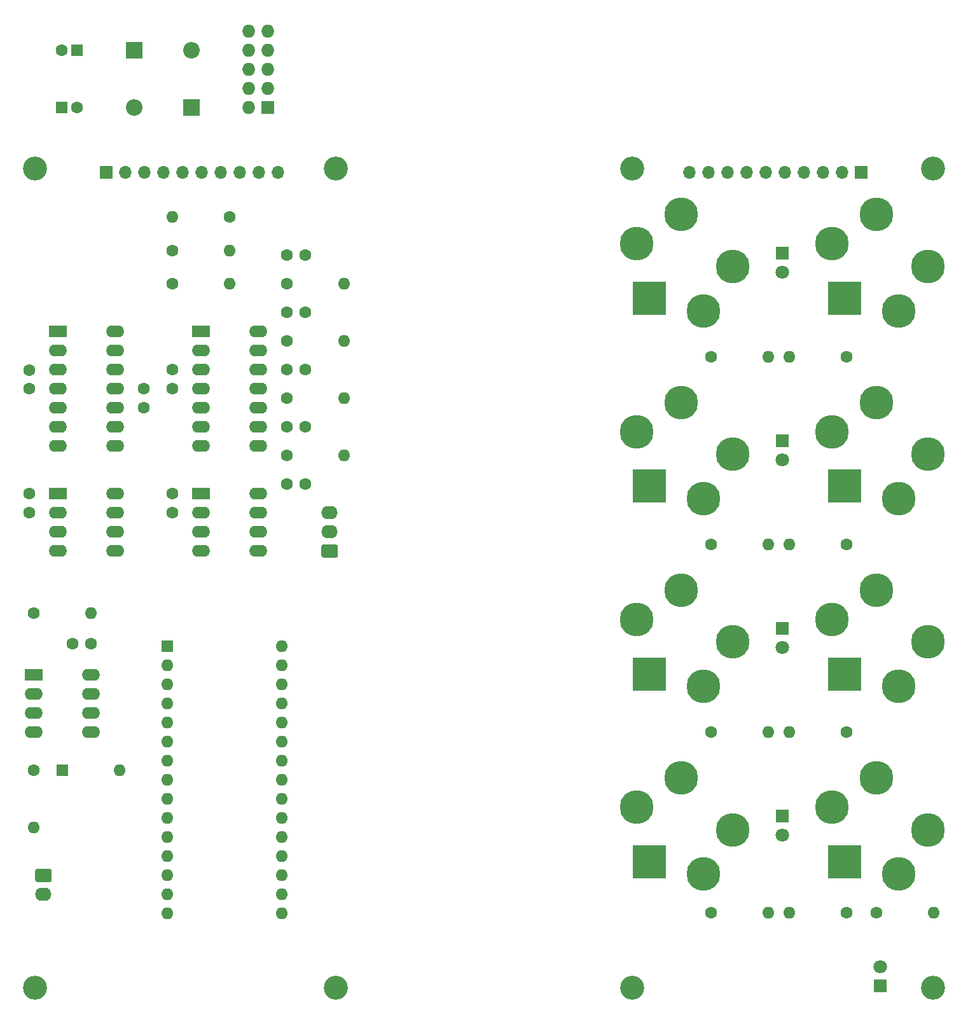
<source format=gbr>
%TF.GenerationSoftware,KiCad,Pcbnew,5.1.9-73d0e3b20d~88~ubuntu20.04.1*%
%TF.CreationDate,2021-03-06T21:53:08-05:00*%
%TF.ProjectId,MCVI,4d435649-2e6b-4696-9361-645f70636258,rev?*%
%TF.SameCoordinates,Original*%
%TF.FileFunction,Soldermask,Bot*%
%TF.FilePolarity,Negative*%
%FSLAX46Y46*%
G04 Gerber Fmt 4.6, Leading zero omitted, Abs format (unit mm)*
G04 Created by KiCad (PCBNEW 5.1.9-73d0e3b20d~88~ubuntu20.04.1) date 2021-03-06 21:53:08*
%MOMM*%
%LPD*%
G01*
G04 APERTURE LIST*
%ADD10C,4.500001*%
%ADD11C,4.500000*%
%ADD12R,4.500001X4.500001*%
%ADD13O,1.600000X1.600000*%
%ADD14C,1.600000*%
%ADD15O,2.190000X1.740000*%
%ADD16C,3.200000*%
%ADD17C,1.800000*%
%ADD18R,1.800000X1.800000*%
%ADD19O,1.700000X1.700000*%
%ADD20R,1.700000X1.700000*%
%ADD21O,2.400000X1.600000*%
%ADD22R,2.400000X1.600000*%
%ADD23R,1.600000X1.600000*%
%ADD24O,2.200000X2.200000*%
%ADD25R,2.200000X2.200000*%
%ADD26O,1.727200X1.727200*%
%ADD27R,1.727200X1.727200*%
G04 APERTURE END LIST*
D10*
%TO.C,J14*%
X157500000Y-135900000D03*
D11*
X148600000Y-127000000D03*
D10*
X161400000Y-130000000D03*
D12*
X150260000Y-134240000D03*
D11*
X154500000Y-123100000D03*
%TD*%
D13*
%TO.C,R9*%
X83625000Y-97560000D03*
D14*
X76005000Y-97560000D03*
%TD*%
D13*
%TO.C,R8*%
X83625000Y-89940000D03*
D14*
X76005000Y-89940000D03*
%TD*%
D13*
%TO.C,R7*%
X83625000Y-105180000D03*
D14*
X76005000Y-105180000D03*
%TD*%
D13*
%TO.C,R5*%
X83625000Y-82320000D03*
D14*
X76005000Y-82320000D03*
%TD*%
D15*
%TO.C,J4*%
X43620000Y-163600000D03*
G36*
G01*
X42774999Y-160190000D02*
X44465001Y-160190000D01*
G75*
G02*
X44715000Y-160439999I0J-249999D01*
G01*
X44715000Y-161680001D01*
G75*
G02*
X44465001Y-161930000I-249999J0D01*
G01*
X42774999Y-161930000D01*
G75*
G02*
X42525000Y-161680001I0J249999D01*
G01*
X42525000Y-160439999D01*
G75*
G02*
X42774999Y-160190000I249999J0D01*
G01*
G37*
%TD*%
%TO.C,J3*%
X81720000Y-112800000D03*
X81720000Y-115340000D03*
G36*
G01*
X82565001Y-118750000D02*
X80874999Y-118750000D01*
G75*
G02*
X80625000Y-118500001I0J249999D01*
G01*
X80625000Y-117259999D01*
G75*
G02*
X80874999Y-117010000I249999J0D01*
G01*
X82565001Y-117010000D01*
G75*
G02*
X82815000Y-117259999I0J-249999D01*
G01*
X82815000Y-118500001D01*
G75*
G02*
X82565001Y-118750000I-249999J0D01*
G01*
G37*
%TD*%
D14*
%TO.C,C13*%
X76005000Y-101370000D03*
X78505000Y-101370000D03*
%TD*%
%TO.C,C12*%
X76005000Y-86130000D03*
X78505000Y-86130000D03*
%TD*%
%TO.C,C11*%
X76005000Y-108990000D03*
X78505000Y-108990000D03*
%TD*%
%TO.C,C10*%
X76005000Y-78510000D03*
X78505000Y-78510000D03*
%TD*%
D16*
%TO.C,REF\u002A\u002A8*%
X162000000Y-176000000D03*
%TD*%
%TO.C,REF\u002A\u002A7*%
X122000000Y-176000000D03*
%TD*%
%TO.C,REF\u002A\u002A5*%
X122000000Y-67000000D03*
%TD*%
%TO.C,REF\u002A\u002A6*%
X162000000Y-67000000D03*
%TD*%
D13*
%TO.C,R18*%
X140120000Y-92000000D03*
D14*
X132500000Y-92000000D03*
%TD*%
D10*
%TO.C,J15*%
X157500000Y-110900000D03*
D11*
X148600000Y-102000000D03*
D10*
X161400000Y-105000000D03*
D12*
X150260000Y-109240000D03*
D11*
X154500000Y-98100000D03*
%TD*%
D10*
%TO.C,J11*%
X131500000Y-135900000D03*
D11*
X122600000Y-127000000D03*
D10*
X135400000Y-130000000D03*
D12*
X124260000Y-134240000D03*
D11*
X128500000Y-123100000D03*
%TD*%
D17*
%TO.C,D8*%
X142000000Y-80740000D03*
D18*
X142000000Y-78200000D03*
%TD*%
D13*
%TO.C,R16*%
X140120000Y-117000000D03*
D14*
X132500000Y-117000000D03*
%TD*%
D17*
%TO.C,D7*%
X142000000Y-105740000D03*
D18*
X142000000Y-103200000D03*
%TD*%
D13*
%TO.C,R11*%
X142880000Y-166000000D03*
D14*
X150500000Y-166000000D03*
%TD*%
D17*
%TO.C,D4*%
X155000000Y-173210000D03*
D18*
X155000000Y-175750000D03*
%TD*%
D13*
%TO.C,R15*%
X142880000Y-117000000D03*
D14*
X150500000Y-117000000D03*
%TD*%
D13*
%TO.C,R13*%
X142880000Y-142000000D03*
D14*
X150500000Y-142000000D03*
%TD*%
D13*
%TO.C,R10*%
X162120000Y-166000000D03*
D14*
X154500000Y-166000000D03*
%TD*%
D17*
%TO.C,D6*%
X142000000Y-130740000D03*
D18*
X142000000Y-128200000D03*
%TD*%
D13*
%TO.C,R17*%
X142880000Y-92000000D03*
D14*
X150500000Y-92000000D03*
%TD*%
D10*
%TO.C,J12*%
X131500000Y-110900000D03*
D11*
X122600000Y-102000000D03*
D10*
X135400000Y-105000000D03*
D12*
X124260000Y-109240000D03*
D11*
X128500000Y-98100000D03*
%TD*%
D10*
%TO.C,J10*%
X131500000Y-160900000D03*
D11*
X122600000Y-152000000D03*
D10*
X135400000Y-155000000D03*
D12*
X124260000Y-159240000D03*
D11*
X128500000Y-148100000D03*
%TD*%
D10*
%TO.C,J16*%
X157500000Y-85900000D03*
D11*
X148600000Y-77000000D03*
D10*
X161400000Y-80000000D03*
D12*
X150260000Y-84240000D03*
D11*
X154500000Y-73100000D03*
%TD*%
D19*
%TO.C,J8*%
X129640000Y-67500000D03*
X132180000Y-67500000D03*
X134720000Y-67500000D03*
X137260000Y-67500000D03*
X139800000Y-67500000D03*
X142340000Y-67500000D03*
X144880000Y-67500000D03*
X147420000Y-67500000D03*
X149960000Y-67500000D03*
D20*
X152500000Y-67500000D03*
%TD*%
D13*
%TO.C,R14*%
X140120000Y-142000000D03*
D14*
X132500000Y-142000000D03*
%TD*%
D17*
%TO.C,D5*%
X142000000Y-155740000D03*
D18*
X142000000Y-153200000D03*
%TD*%
D13*
%TO.C,R12*%
X140140000Y-166000000D03*
D14*
X132520000Y-166000000D03*
%TD*%
D10*
%TO.C,J9*%
X131500000Y-85900000D03*
D11*
X122600000Y-77000000D03*
D10*
X135400000Y-80000000D03*
D12*
X124260000Y-84240000D03*
D11*
X128500000Y-73100000D03*
%TD*%
D10*
%TO.C,J13*%
X157500000Y-160900000D03*
D11*
X148600000Y-152000000D03*
D10*
X161400000Y-155000000D03*
D12*
X150260000Y-159240000D03*
D11*
X154500000Y-148100000D03*
%TD*%
D21*
%TO.C,IC2*%
X53145000Y-88670000D03*
X45525000Y-103910000D03*
X53145000Y-91210000D03*
X45525000Y-101370000D03*
X53145000Y-93750000D03*
X45525000Y-98830000D03*
X53145000Y-96290000D03*
X45525000Y-96290000D03*
X53145000Y-98830000D03*
X45525000Y-93750000D03*
X53145000Y-101370000D03*
X45525000Y-91210000D03*
X53145000Y-103910000D03*
D22*
X45525000Y-88670000D03*
%TD*%
D13*
%TO.C,D1*%
X53780000Y-147090000D03*
D23*
X46160000Y-147090000D03*
%TD*%
D21*
%TO.C,U1*%
X49970000Y-134390000D03*
X42350000Y-142010000D03*
X49970000Y-136930000D03*
X42350000Y-139470000D03*
X49970000Y-139470000D03*
X42350000Y-136930000D03*
X49970000Y-142010000D03*
D22*
X42350000Y-134390000D03*
%TD*%
D16*
%TO.C,REF\u002A\u002A4*%
X82500000Y-176000000D03*
%TD*%
%TO.C,REF\u002A\u002A3*%
X42500000Y-176000000D03*
%TD*%
%TO.C,REF\u002A\u002A2*%
X82500000Y-67000000D03*
%TD*%
%TO.C,REF\u002A\u002A1*%
X42500000Y-67000000D03*
%TD*%
D14*
%TO.C,C4*%
X41715000Y-112760000D03*
X41715000Y-110260000D03*
%TD*%
%TO.C,C5*%
X60765000Y-112760000D03*
X60765000Y-110260000D03*
%TD*%
%TO.C,C8*%
X60765000Y-93750000D03*
X60765000Y-96250000D03*
%TD*%
D21*
%TO.C,IC1*%
X72195000Y-88670000D03*
X64575000Y-103910000D03*
X72195000Y-91210000D03*
X64575000Y-101370000D03*
X72195000Y-93750000D03*
X64575000Y-98830000D03*
X72195000Y-96290000D03*
X64575000Y-96290000D03*
X72195000Y-98830000D03*
X64575000Y-93750000D03*
X72195000Y-101370000D03*
X64575000Y-91210000D03*
X72195000Y-103910000D03*
D22*
X64575000Y-88670000D03*
%TD*%
D14*
%TO.C,C6*%
X41715000Y-93790000D03*
X41715000Y-96290000D03*
%TD*%
D24*
%TO.C,D2*%
X63305000Y-51205000D03*
D25*
X55685000Y-51205000D03*
%TD*%
D13*
%TO.C,R6*%
X60765000Y-73430000D03*
D14*
X68385000Y-73430000D03*
%TD*%
D13*
%TO.C,R4*%
X68385000Y-77875000D03*
D14*
X60765000Y-77875000D03*
%TD*%
%TO.C,C9*%
X76005000Y-93750000D03*
X78505000Y-93750000D03*
%TD*%
%TO.C,C2*%
X46065000Y-51205000D03*
D23*
X48065000Y-51205000D03*
%TD*%
D14*
%TO.C,C7*%
X56955000Y-96290000D03*
X56955000Y-98790000D03*
%TD*%
D26*
%TO.C,J1*%
X70925000Y-48665000D03*
X73465000Y-48665000D03*
X70925000Y-51205000D03*
X73465000Y-51205000D03*
X70925000Y-53745000D03*
X73465000Y-53745000D03*
X70925000Y-56285000D03*
X73465000Y-56285000D03*
X70925000Y-58825000D03*
D27*
X73465000Y-58825000D03*
%TD*%
D13*
%TO.C,R2*%
X49970000Y-126135000D03*
D14*
X42350000Y-126135000D03*
%TD*%
D13*
%TO.C,R3*%
X68385000Y-82320000D03*
D14*
X60765000Y-82320000D03*
%TD*%
D13*
%TO.C,R1*%
X42350000Y-154710000D03*
D14*
X42350000Y-147090000D03*
%TD*%
D19*
%TO.C,J2*%
X74860000Y-67500000D03*
X72320000Y-67500000D03*
X69780000Y-67500000D03*
X67240000Y-67500000D03*
X64700000Y-67500000D03*
X62160000Y-67500000D03*
X59620000Y-67500000D03*
X57080000Y-67500000D03*
X54540000Y-67500000D03*
D20*
X52000000Y-67500000D03*
%TD*%
D24*
%TO.C,D3*%
X55685000Y-58825000D03*
D25*
X63305000Y-58825000D03*
%TD*%
D21*
%TO.C,DAC2*%
X72195000Y-110260000D03*
X64575000Y-117880000D03*
X72195000Y-112800000D03*
X64575000Y-115340000D03*
X72195000Y-115340000D03*
X64575000Y-112800000D03*
X72195000Y-117880000D03*
D22*
X64575000Y-110260000D03*
%TD*%
D21*
%TO.C,DAC1*%
X53145000Y-110260000D03*
X45525000Y-117880000D03*
X53145000Y-112800000D03*
X45525000Y-115340000D03*
X53145000Y-115340000D03*
X45525000Y-112800000D03*
X53145000Y-117880000D03*
D22*
X45525000Y-110260000D03*
%TD*%
D13*
%TO.C,A1*%
X75370000Y-166140000D03*
X60130000Y-166140000D03*
X75370000Y-130580000D03*
X60130000Y-163600000D03*
X75370000Y-133120000D03*
X60130000Y-161060000D03*
X75370000Y-135660000D03*
X60130000Y-158520000D03*
X75370000Y-138200000D03*
X60130000Y-155980000D03*
X75370000Y-140740000D03*
X60130000Y-153440000D03*
X75370000Y-143280000D03*
X60130000Y-150900000D03*
X75370000Y-145820000D03*
X60130000Y-148360000D03*
X75370000Y-148360000D03*
X60130000Y-145820000D03*
X75370000Y-150900000D03*
X60130000Y-143280000D03*
X75370000Y-153440000D03*
X60130000Y-140740000D03*
X75370000Y-155980000D03*
X60130000Y-138200000D03*
X75370000Y-158520000D03*
X60130000Y-135660000D03*
X75370000Y-161060000D03*
X60130000Y-133120000D03*
X75370000Y-163600000D03*
D23*
X60130000Y-130580000D03*
%TD*%
D14*
%TO.C,C1*%
X49970000Y-130201000D03*
X47470000Y-130201000D03*
%TD*%
%TO.C,C3*%
X48065000Y-58825000D03*
D23*
X46065000Y-58825000D03*
%TD*%
M02*

</source>
